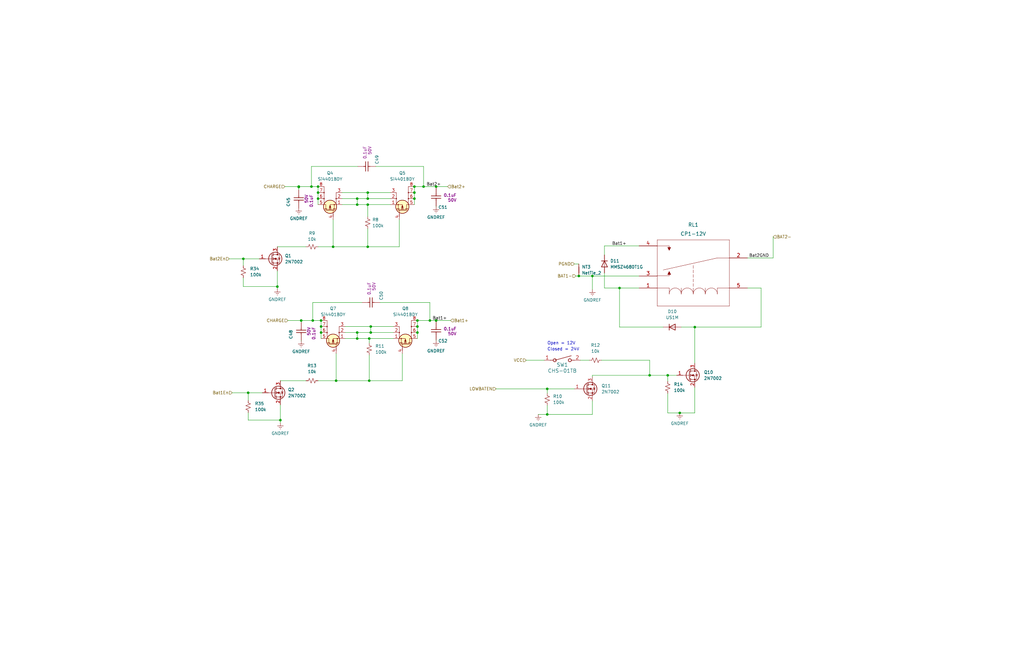
<source format=kicad_sch>
(kicad_sch (version 20230121) (generator eeschema)
  (paper "B")
  (title_block (title "Pass Through Charger") (date "2023-03-01") (rev "4") (company "SupplyNet") (comment 3 "R. Mercado") (comment 4 "Designed By:"))
  (lib_symbols
    (symbol "BCU_AltiumImport-altium-import:0_Cap"
      (property "Value" "0_Cap" (at 0 0 0))
      (symbol "0_Cap_1_0"
        (polyline (pts (xy -2.032 -3.302) (xy 2.032 -3.302)) (stroke (width 0.254)))
        (polyline (pts (xy 0 -5.08) (xy 0 -4.318)) (stroke (width 0.254)))
        (polyline (pts (xy 0 -2.54) (xy 0 -3.302)) (stroke (width 0.254)))
        (polyline (pts (xy 2.032 -4.318) (xy -2.032 -4.318)) (stroke (width 0.254)))
        (pin passive line (at 0 0 270) (length 2.54) (name "1") (number "1"))
        (pin passive line (at 0 -7.62 90) (length 2.54) (name "2") (number "2"))
      )
    )
    (symbol "Device:NetTie_2" (pin_numbers hide) (pin_names (offset 0) hide)
      (property "Reference" "NT" (at 0 1.27 0))
      (property "Value" "NetTie_2" (at 0 -1.27 0))
      (symbol "NetTie_2_0_1"
        (polyline (pts (xy -1.27 0) (xy 1.27 0)) (stroke (width 0.254)))
      )
      (symbol "NetTie_2_1_1"
        (pin passive line (at -2.54 0 0) (length 2.54) (name "1") (number "1"))
        (pin passive line (at 2.54 0 180) (length 2.54) (name "2") (number "2"))
      )
    )
    (symbol "Device:R_Small_US" (pin_numbers hide) (pin_names (offset 0.254) hide)
      (property "Reference" "R" (at 0.762 0.508 0))
      (property "Value" "R_Small_US" (at 0.762 -1.016 0))
      (symbol "R_Small_US_1_1"
        (polyline (pts (xy 0 0) (xy 1.016 -0.381) (xy 0 -0.762) (xy -1.016 -1.143) (xy 0 -1.524)))
        (polyline (pts (xy 0 1.524) (xy 1.016 1.143) (xy 0 0.762) (xy -1.016 0.381) (xy 0 0)))
        (pin passive line (at 0 2.54 270) (length 1.016) (name "~") (number "1"))
        (pin passive line (at 0 -2.54 90) (length 1.016) (name "~") (number "2"))
      )
    )
    (symbol "Diode:MMSD914" (pin_numbers hide) (pin_names hide)
      (property "Reference" "D" (at 0 2.54 0))
      (property "Value" "MMSD914" (at 0 -2.54 0))
      (symbol "MMSD914_0_1"
        (polyline (pts (xy -1.27 1.27) (xy -1.27 -1.27)) (stroke (width 0.254)))
        (polyline (pts (xy 1.27 0) (xy -1.27 0)))
        (polyline (pts (xy 1.27 1.27) (xy 1.27 -1.27) (xy -1.27 0) (xy 1.27 1.27)) (stroke (width 0.254)))
      )
      (symbol "MMSD914_1_1"
        (pin passive line (at -3.81 0 0) (length 2.54) (name "K") (number "1"))
        (pin passive line (at 3.81 0 180) (length 2.54) (name "A") (number "2"))
      )
    )
    (symbol "Diode:US1M" (pin_numbers hide) (pin_names (offset 1.016) hide)
      (property "Reference" "D" (at 0 2.54 0))
      (property "Value" "US1M" (at 0 -2.54 0))
      (symbol "US1M_0_1"
        (polyline (pts (xy -1.27 1.27) (xy -1.27 -1.27)) (stroke (width 0.254)))
        (polyline (pts (xy 1.27 0) (xy -1.27 0)))
        (polyline (pts (xy 1.27 1.27) (xy 1.27 -1.27) (xy -1.27 0) (xy 1.27 1.27)) (stroke (width 0.254)))
      )
      (symbol "US1M_1_1"
        (pin passive line (at -3.81 0 0) (length 2.54) (name "K") (number "1"))
        (pin passive line (at 3.81 0 180) (length 2.54) (name "A") (number "2"))
      )
    )
    (symbol "Relay:CP1-12V" (pin_names (offset 0.254) hide)
      (property "Reference" "K" (at 22.86 12.7 0))
      (property "Value" "CP1-12V" (at 22.86 10.16 0))
      (symbol "CP1-12V_1_1"
        (polyline (pts (xy 7.62 -20.32) (xy 38.1 -20.32)) (stroke (width 0.127)))
        (polyline (pts (xy 7.62 -17.78) (xy 12.7 -17.78)) (stroke (width 0.127)))
        (polyline (pts (xy 7.62 7.62) (xy 7.62 -20.32)) (stroke (width 0.127)))
        (polyline (pts (xy 12.6746 -6.477) (xy 12.6746 -5.1562)) (stroke (width 0.127)))
        (polyline (pts (xy 12.6746 -5.1562) (xy 7.5946 -5.1562)) (stroke (width 0.127)))
        (polyline (pts (xy 12.7 -17.78) (xy 12.7 -16.51)) (stroke (width 0.127)))
        (polyline (pts (xy 12.7 0) (xy 7.62 0)) (stroke (width 0.127)))
        (polyline (pts (xy 12.7 2.54) (xy 12.7 0)) (stroke (width 0.127)))
        (polyline (pts (xy 17.78 2.54) (xy 17.78 0)) (stroke (width 0.127)))
        (polyline (pts (xy 22.86 -8.255) (xy 22.86 -9.525)) (stroke (width 0.127)))
        (polyline (pts (xy 22.86 -6.35) (xy 22.86 -7.62)) (stroke (width 0.127)))
        (polyline (pts (xy 22.86 -4.445) (xy 22.86 -5.715)) (stroke (width 0.127)))
        (polyline (pts (xy 22.86 -2.54) (xy 22.86 -3.81)) (stroke (width 0.127)))
        (polyline (pts (xy 22.86 -1.905) (xy 22.86 -0.635)) (stroke (width 0.127)))
        (polyline (pts (xy 22.86 2.54) (xy 22.86 0)) (stroke (width 0.127)))
        (polyline (pts (xy 27.94 2.54) (xy 27.94 0)) (stroke (width 0.127)))
        (polyline (pts (xy 33.02 -12.7) (xy 10.16 -7.62)) (stroke (width 0.127)))
        (polyline (pts (xy 33.02 -12.7) (xy 38.1 -12.7)) (stroke (width 0.127)))
        (polyline (pts (xy 33.02 0) (xy 38.1 0)) (stroke (width 0.127)))
        (polyline (pts (xy 33.02 2.54) (xy 33.02 0)) (stroke (width 0.127)))
        (polyline (pts (xy 38.1 -20.32) (xy 38.1 7.62)) (stroke (width 0.127)))
        (polyline (pts (xy 38.1 7.62) (xy 7.62 7.62)) (stroke (width 0.127)))
        (polyline (pts (xy 12.065 -17.145) (xy 13.335 -17.145) (xy 12.7 -15.875) (xy 12.065 -17.145)) (fill (type outline)))
        (polyline (pts (xy 13.335 -5.715) (xy 12.065 -5.715) (xy 12.7 -6.985) (xy 13.335 -5.715)) (fill (type outline)))
        (arc (start 12.7 2.54) (mid 15.24 0.011) (end 17.78 2.54) (stroke (width 0.127)))
        (arc (start 17.78 2.54) (mid 20.32 0.011) (end 22.86 2.54) (stroke (width 0.127)))
        (arc (start 22.86 2.54) (mid 25.4 0.011) (end 27.94 2.54) (stroke (width 0.127)))
        (arc (start 27.94 2.54) (mid 30.48 0.011) (end 33.02 2.54) (stroke (width 0.127)))
        (pin unspecified line (at 0 0 0) (length 7.62) (name "1") (number "1"))
        (pin unspecified line (at 45.72 -12.7 180) (length 7.62) (name "2") (number "2"))
        (pin unspecified line (at 0 -5.08 0) (length 7.62) (name "3") (number "3"))
        (pin unspecified line (at 0 -17.78 0) (length 7.62) (name "4") (number "4"))
        (pin unspecified line (at 45.72 0 180) (length 7.62) (name "5") (number "5"))
      )
    )
    (symbol "Switch:CHS-01TB" (pin_names (offset -1.905) hide)
      (property "Reference" "SW" (at 7.62 3.81 0))
      (property "Value" "CHS-01TB" (at 7.62 -3.175 0))
      (symbol "CHS-01TB_1_1"
        (polyline (pts (xy 2.54 0) (xy 3.81 0)) (stroke (width 0.2032)))
        (polyline (pts (xy 4.445 0) (xy 11.43 1.905)) (stroke (width 0.2032)))
        (polyline (pts (xy 12.7 0) (xy 11.43 0)) (stroke (width 0.2032)))
        (circle (center 4.445 0) (radius 0.635) (stroke (width 0.254)))
        (circle (center 10.795 0) (radius 0.635) (stroke (width 0.254)))
        (pin unspecified line (at 0 0 0) (length 2.54) (name "1") (number "1"))
        (pin unspecified line (at 15.24 0 180) (length 2.54) (name "2") (number "2"))
      )
    )
    (symbol "Transistor_FET:2N7002" (pin_names hide)
      (property "Reference" "Q" (at 5.08 1.905 0))
      (property "Value" "2N7002" (at 5.08 0 0))
      (symbol "2N7002_0_1"
        (polyline (pts (xy 0.254 0) (xy -2.54 0)))
        (polyline (pts (xy 0.254 1.905) (xy 0.254 -1.905)) (stroke (width 0.254)))
        (polyline (pts (xy 0.762 -1.27) (xy 0.762 -2.286)) (stroke (width 0.254)))
        (polyline (pts (xy 0.762 0.508) (xy 0.762 -0.508)) (stroke (width 0.254)))
        (polyline (pts (xy 0.762 2.286) (xy 0.762 1.27)) (stroke (width 0.254)))
        (polyline (pts (xy 2.54 2.54) (xy 2.54 1.778)))
        (polyline (pts (xy 2.54 -2.54) (xy 2.54 0) (xy 0.762 0)))
        (polyline (pts (xy 0.762 -1.778) (xy 3.302 -1.778) (xy 3.302 1.778) (xy 0.762 1.778)))
        (polyline (pts (xy 1.016 0) (xy 2.032 0.381) (xy 2.032 -0.381) (xy 1.016 0)) (fill (type outline)))
        (polyline (pts (xy 2.794 0.508) (xy 2.921 0.381) (xy 3.683 0.381) (xy 3.81 0.254)))
        (polyline (pts (xy 3.302 0.381) (xy 2.921 -0.254) (xy 3.683 -0.254) (xy 3.302 0.381)))
        (circle (center 1.651 0) (radius 2.794) (stroke (width 0.254)))
        (circle (center 2.54 -1.778) (radius 0.254) (fill (type outline)))
        (circle (center 2.54 1.778) (radius 0.254) (fill (type outline)))
      )
      (symbol "2N7002_1_1"
        (pin input line (at -5.08 0 0) (length 2.54) (name "G") (number "1"))
        (pin passive line (at 2.54 -5.08 90) (length 2.54) (name "S") (number "2"))
        (pin passive line (at 2.54 5.08 270) (length 2.54) (name "D") (number "3"))
      )
    )
    (symbol "Transistor_MOSFET_AKL:Si4401BDY" (pin_names hide)
      (property "Reference" "Q" (at 5.08 1.27 0))
      (property "Value" "Si4401BDY" (at 5.08 -1.27 0))
      (symbol "Si4401BDY_0_1"
        (polyline (pts (xy 0.254 -1.905) (xy 0.254 1.905)) (stroke (width 0.254)))
        (polyline (pts (xy 0.254 1.27) (xy -2.54 1.27)))
        (polyline (pts (xy 0.762 -2.286) (xy 0.762 -1.27)) (stroke (width 0.254)))
        (polyline (pts (xy 0.762 -1.778) (xy 2.54 -1.778)))
        (polyline (pts (xy 0.762 -0.508) (xy 0.762 0.508)) (stroke (width 0.254)))
        (polyline (pts (xy 0.762 1.27) (xy 0.762 2.286)) (stroke (width 0.254)))
        (polyline (pts (xy 0.762 1.778) (xy 2.54 1.778)))
        (polyline (pts (xy 2.54 -2.54) (xy 2.54 -1.778)))
        (polyline (pts (xy 2.54 2.54) (xy 7.62 2.54)))
        (polyline (pts (xy 7.62 -2.54) (xy 2.54 -2.54)))
        (polyline (pts (xy 7.62 -2.54) (xy 10.16 -2.54)))
        (polyline (pts (xy 2.54 2.54) (xy 2.54 0) (xy 0.762 0)))
        (polyline (pts (xy 2.286 0) (xy 1.27 -0.381) (xy 1.27 0.381) (xy 2.286 0)) (fill (type outline)))
        (circle (center 5.08 -2.54) (radius 0.1778) (fill (type outline)))
        (circle (center 5.08 2.54) (radius 0.1778) (fill (type outline)))
        (circle (center 7.62 -2.54) (radius 0.1778) (fill (type outline)))
      )
      (symbol "Si4401BDY_1_1"
        (circle (center 1.651 0) (radius 2.794) (stroke (width 0.254)) (fill (type background)))
        (circle (center 2.54 1.778) (radius 0.1778) (fill (type outline)))
        (pin passive line (at 2.54 5.08 270) (length 2.54) (name "S") (number "1"))
        (pin passive line (at 5.08 5.08 270) (length 2.54) (name "S") (number "2"))
        (pin passive line (at 7.62 5.08 270) (length 2.54) (name "S") (number "3"))
        (pin input line (at -3.81 1.27 0) (length 2.54) (name "G") (number "4"))
        (pin passive line (at 2.54 -5.08 90) (length 2.54) (name "D") (number "5"))
        (pin passive line (at 5.08 -5.08 90) (length 2.54) (name "D") (number "6"))
        (pin passive line (at 7.62 -5.08 90) (length 2.54) (name "D") (number "7"))
        (pin passive line (at 10.16 -5.08 90) (length 2.54) (name "D") (number "8"))
      )
    )
    (symbol "power:GNDREF" (power) (pin_names (offset 0))
      (property "Value" "GNDREF" (at 0 -3.81 0))
      (symbol "GNDREF_0_1"
        (polyline (pts (xy -0.635 -1.905) (xy 0.635 -1.905)))
        (polyline (pts (xy -0.127 -2.54) (xy 0.127 -2.54)))
        (polyline (pts (xy 0 -1.27) (xy 0 0)))
        (polyline (pts (xy 1.27 -1.27) (xy -1.27 -1.27)))
      )
      (symbol "GNDREF_1_1"
        (pin power_in line (at 0 0 270) (length 0) hide (name "GNDREF") (number "1"))
      )
    )
  )
  (junction (at 156.337 137.795))
  (junction (at 127 135.255))
  (junction (at 156.337 140.335))
  (junction (at 176.022 135.255))
  (junction (at 131.8855 135.255))
  (junction (at 230.759 164.084))
  (junction (at 176.022 137.795))
  (junction (at 102.616 109.22))
  (junction (at 174.752 81.28))
  (junction (at 249.809 116.459))
  (junction (at 183.896 78.74))
  (junction (at 181.2827 135.255))
  (junction (at 134.112 83.82))
  (junction (at 281.559 158.369))
  (junction (at 135.382 140.335))
  (junction (at 125.9839 78.74))
  (junction (at 140.462 104.14))
  (junction (at 286.639 174.244))
  (junction (at 118.237 177.2952))
  (junction (at 125.9839 78.867))
  (junction (at 150.622 83.82))
  (junction (at 135.382 135.255))
  (junction (at 134.112 81.28))
  (junction (at 261.239 121.539))
  (junction (at 150.622 140.335))
  (junction (at 104.648 165.735))
  (junction (at 292.989 138.049))
  (junction (at 178.6 78.74))
  (junction (at 155.702 160.655))
  (junction (at 155.067 83.82))
  (junction (at 150.622 142.875))
  (junction (at 135.382 137.795))
  (junction (at 131.3371 78.74))
  (junction (at 273.939 158.369))
  (junction (at 230.759 174.879))
  (junction (at 116.967 120.9511))
  (junction (at 244.094 116.459))
  (junction (at 183.896 135.255))
  (junction (at 155.067 81.28))
  (junction (at 174.752 83.82))
  (junction (at 155.067 104.14))
  (junction (at 150.622 86.36))
  (junction (at 134.112 78.74))
  (junction (at 141.732 160.655))
  (junction (at 174.752 78.74))
  (junction (at 155.702 142.875))
  (junction (at 176.022 140.335))
  (junction (at 125.984 78.867))
  (junction (at 155.067 86.36))
  (wire (pts (xy 102.616 120.9511) (xy 116.967 120.9511)))
  (wire (pts (xy 125.9839 78.74) (xy 120.142 78.74)))
  (wire (pts (xy 242.189 164.084) (xy 230.759 164.084)))
  (wire (pts (xy 104.648 177.2952) (xy 118.237 177.2952)))
  (wire (pts (xy 242.189 111.379) (xy 244.094 111.379)))
  (wire (pts (xy 273.939 158.369) (xy 281.559 158.369)))
  (wire (pts (xy 287.274 138.049) (xy 292.989 138.049)))
  (wire (pts (xy 249.809 159.004) (xy 249.809 158.369)))
  (wire (pts (xy 183.896 143.637) (xy 183.896 143.383)))
  (wire (pts (xy 134.112 78.74) (xy 131.3371 78.74)))
  (wire (pts (xy 292.989 138.049) (xy 320.929 138.049)))
  (wire (pts (xy 150.622 140.335) (xy 156.337 140.335)))
  (wire (pts (xy 174.752 81.28) (xy 174.752 83.82)))
  (wire (pts (xy 97.917 165.735) (xy 104.648 165.735)))
  (wire (pts (xy 145.542 137.795) (xy 156.337 137.795)))
  (wire (pts (xy 183.896 78.74) (xy 188.722 78.74)))
  (wire (pts (xy 152.654 127.635) (xy 131.8855 127.635)))
  (wire (pts (xy 286.639 174.244) (xy 292.989 174.244)))
  (wire (pts (xy 144.272 83.82) (xy 150.622 83.82)))
  (wire (pts (xy 261.239 121.539) (xy 269.494 121.539)))
  (wire (pts (xy 125.9839 78.867) (xy 125.9839 78.74)))
  (wire (pts (xy 134.112 160.655) (xy 141.732 160.655)))
  (wire (pts (xy 156.337 137.795) (xy 156.337 140.335)))
  (wire (pts (xy 104.648 165.735) (xy 104.648 169.037)))
  (wire (pts (xy 150.622 86.36) (xy 155.067 86.36)))
  (wire (pts (xy 285.369 158.369) (xy 281.559 158.369)))
  (wire (pts (xy 145.542 140.335) (xy 150.622 140.335)))
  (wire (pts (xy 326.009 99.949) (xy 326.009 108.839)))
  (wire (pts (xy 169.672 160.655) (xy 155.702 160.655)))
  (wire (pts (xy 155.067 83.82) (xy 164.592 83.82)))
  (wire (pts (xy 127 135.255) (xy 127 136.017)))
  (wire (pts (xy 150.622 83.82) (xy 155.067 83.82)))
  (wire (pts (xy 102.616 112.141) (xy 102.616 109.22)))
  (wire (pts (xy 174.752 78.74) (xy 178.6 78.74)))
  (wire (pts (xy 155.067 86.36) (xy 155.067 91.44)))
  (wire (pts (xy 144.272 86.36) (xy 150.622 86.36)))
  (wire (pts (xy 226.949 174.879) (xy 230.759 174.879)))
  (wire (pts (xy 273.939 152.019) (xy 273.939 158.369)))
  (wire (pts (xy 183.896 79.375) (xy 183.896 78.74)))
  (wire (pts (xy 150.876 70.231) (xy 131.3371 70.231)))
  (wire (pts (xy 183.896 87.249) (xy 183.896 86.995)))
  (wire (pts (xy 292.989 163.449) (xy 292.989 174.244)))
  (wire (pts (xy 155.702 149.86) (xy 155.702 160.655)))
  (wire (pts (xy 160.274 127.635) (xy 181.2827 127.635)))
  (wire (pts (xy 135.382 140.335) (xy 135.382 142.875)))
  (wire (pts (xy 102.616 109.22) (xy 109.347 109.22)))
  (wire (pts (xy 261.239 138.049) (xy 279.654 138.049)))
  (wire (pts (xy 155.702 142.875) (xy 165.862 142.875)))
  (wire (pts (xy 320.929 138.049) (xy 320.929 121.539)))
  (wire (pts (xy 118.237 170.815) (xy 118.237 177.2952)))
  (wire (pts (xy 176.022 135.255) (xy 181.2827 135.255)))
  (wire (pts (xy 104.648 165.735) (xy 110.617 165.735)))
  (wire (pts (xy 315.214 108.839) (xy 326.009 108.839)))
  (wire (pts (xy 134.112 81.28) (xy 134.112 83.82)))
  (wire (pts (xy 155.702 142.875) (xy 155.702 144.78)))
  (wire (pts (xy 150.622 83.82) (xy 150.622 86.36)))
  (wire (pts (xy 141.732 149.225) (xy 141.732 160.655)))
  (wire (pts (xy 292.989 138.049) (xy 292.989 153.289)))
  (wire (pts (xy 135.382 137.795) (xy 135.382 140.335)))
  (wire (pts (xy 155.702 160.655) (xy 141.732 160.655)))
  (wire (pts (xy 176.022 137.795) (xy 176.022 140.335)))
  (wire (pts (xy 158.496 70.231) (xy 178.6 70.231)))
  (wire (pts (xy 176.022 140.335) (xy 176.022 142.875)))
  (wire (pts (xy 118.237 177.2952) (xy 118.237 178.435)))
  (wire (pts (xy 131.3371 78.74) (xy 125.9839 78.74)))
  (wire (pts (xy 249.809 174.879) (xy 249.809 169.164)))
  (wire (pts (xy 156.337 137.795) (xy 165.862 137.795)))
  (wire (pts (xy 248.539 152.019) (xy 244.729 152.019)))
  (wire (pts (xy 168.402 104.14) (xy 155.067 104.14)))
  (wire (pts (xy 155.067 96.52) (xy 155.067 104.14)))
  (wire (pts (xy 169.672 149.225) (xy 169.672 160.655)))
  (wire (pts (xy 269.494 103.759) (xy 254.889 103.759)))
  (wire (pts (xy 134.112 104.14) (xy 140.462 104.14)))
  (wire (pts (xy 174.752 78.74) (xy 174.752 81.28)))
  (wire (pts (xy 181.2827 127.635) (xy 181.2827 135.255)))
  (wire (pts (xy 209.169 164.084) (xy 230.759 164.084)))
  (wire (pts (xy 178.6 78.74) (xy 183.896 78.74)))
  (wire (pts (xy 134.112 83.82) (xy 134.112 86.36)))
  (wire (pts (xy 183.896 135.255) (xy 183.896 135.763)))
  (wire (pts (xy 281.559 174.244) (xy 286.639 174.244)))
  (wire (pts (xy 155.067 81.28) (xy 155.067 83.82)))
  (wire (pts (xy 135.382 135.255) (xy 131.8855 135.255)))
  (wire (pts (xy 104.648 174.117) (xy 104.648 177.2952)))
  (wire (pts (xy 131.8855 135.255) (xy 127 135.255)))
  (wire (pts (xy 156.337 140.335) (xy 165.862 140.335)))
  (wire (pts (xy 145.542 142.875) (xy 150.622 142.875)))
  (wire (pts (xy 135.382 135.255) (xy 135.382 137.795)))
  (wire (pts (xy 116.967 104.14) (xy 129.032 104.14)))
  (wire (pts (xy 96.647 109.22) (xy 102.616 109.22)))
  (wire (pts (xy 230.759 164.084) (xy 230.759 165.989)))
  (wire (pts (xy 150.622 140.335) (xy 150.622 142.875)))
  (wire (pts (xy 242.824 116.459) (xy 244.094 116.459)))
  (wire (pts (xy 155.067 104.14) (xy 140.462 104.14)))
  (wire (pts (xy 174.752 83.82) (xy 174.752 86.36)))
  (wire (pts (xy 131.3371 70.231) (xy 131.3371 78.74)))
  (wire (pts (xy 273.939 152.019) (xy 253.619 152.019)))
  (wire (pts (xy 155.067 81.28) (xy 164.592 81.28)))
  (wire (pts (xy 178.6 70.231) (xy 178.6 78.74)))
  (wire (pts (xy 183.896 135.255) (xy 189.992 135.255)))
  (wire (pts (xy 131.8855 127.635) (xy 131.8855 135.255)))
  (wire (pts (xy 125.984 80.137) (xy 125.984 78.867)))
  (wire (pts (xy 254.889 103.759) (xy 254.889 107.5691)))
  (wire (pts (xy 230.759 174.879) (xy 249.809 174.879)))
  (wire (pts (xy 116.967 114.3) (xy 116.967 120.9511)))
  (wire (pts (xy 116.967 120.9511) (xy 116.967 121.92)))
  (wire (pts (xy 140.462 92.71) (xy 140.462 104.14)))
  (wire (pts (xy 230.759 171.069) (xy 230.759 174.879)))
  (wire (pts (xy 125.984 78.867) (xy 125.9839 78.867)))
  (wire (pts (xy 134.112 78.74) (xy 134.112 81.28)))
  (wire (pts (xy 249.809 116.459) (xy 269.494 116.459)))
  (wire (pts (xy 127 135.255) (xy 121.412 135.255)))
  (wire (pts (xy 254.889 121.539) (xy 261.239 121.539)))
  (wire (pts (xy 102.616 117.221) (xy 102.616 120.9511)))
  (wire (pts (xy 281.559 158.369) (xy 281.559 160.909)))
  (wire (pts (xy 168.402 92.71) (xy 168.402 104.14)))
  (wire (pts (xy 244.094 116.459) (xy 249.809 116.459)))
  (wire (pts (xy 144.272 81.28) (xy 155.067 81.28)))
  (wire (pts (xy 254.889 115.1891) (xy 254.889 121.539)))
  (wire (pts (xy 127 143.891) (xy 127 143.637)))
  (wire (pts (xy 150.622 142.875) (xy 155.702 142.875)))
  (wire (pts (xy 118.237 160.655) (xy 129.032 160.655)))
  (wire (pts (xy 261.239 121.539) (xy 261.239 138.049)))
  (wire (pts (xy 176.022 135.255) (xy 176.022 137.795)))
  (wire (pts (xy 320.929 121.539) (xy 315.214 121.539)))
  (wire (pts (xy 155.067 86.36) (xy 164.592 86.36)))
  (wire (pts (xy 221.869 152.019) (xy 229.489 152.019)))
  (wire (pts (xy 281.559 165.989) (xy 281.559 174.244)))
  (wire (pts (xy 181.2827 135.255) (xy 183.896 135.255)))
  (wire (pts (xy 249.809 158.369) (xy 273.939 158.369)))
  (wire (pts (xy 249.809 116.459) (xy 249.809 122.174)))
  (text "Open = 12V" (at 230.759 145.669 0) (effects (font (size 1.27 1.27)) (justify left bottom)))
  (text "Closed = 24V\n" (at 230.759 148.209 0) (effects (font (size 1.27 1.27)) (justify left bottom)))
  (label "Bat2+" (at 179.832 78.74 0))
  (label "Bat1+" (at 258.064 103.759 0))
  (label "Bat1+" (at 182.372 135.255 0))
  (label "Bat2GND" (at 315.849 108.839 0))
  (hierarchical_label "Bat2En" (shape input) (at 96.647 109.22 180))
  (hierarchical_label "Bat2+" (shape input) (at 188.722 78.74 0))
  (hierarchical_label "Bat1En" (shape input) (at 97.917 165.735 180))
  (hierarchical_label "BAT1-" (shape input) (at 242.824 116.459 180))
  (hierarchical_label "BAT2-" (shape input) (at 326.009 99.949 0))
  (hierarchical_label "LOWBATEN" (shape input) (at 209.169 164.084 180))
  (hierarchical_label "PGND" (shape input) (at 242.189 111.379 180))
  (hierarchical_label "CHARGE" (shape input) (at 121.412 135.255 180))
  (hierarchical_label "Bat1+" (shape input) (at 189.992 135.255 0))
  (hierarchical_label "CHARGE" (shape input) (at 120.142 78.74 180))
  (hierarchical_label "VCC" (shape input) (at 221.869 152.019 180))
  (symbol (lib_id "power:GNDREF") (at 125.984 87.757 0) (unit 1)
    (property "Reference" "#PWR0161" (effects hide))
    (property "Value" "GNDREF" (at 125.984 92.202 0))
  )
  (symbol (lib_id "power:GNDREF") (at 127 143.891 0) (unit 1)
    (property "Reference" "#PWR02" (effects hide))
    (property "Value" "GNDREF" (at 127 148.336 0))
  )
  (symbol (lib_id "power:GNDREF") (at 183.896 143.637 0) (unit 1)
    (property "Reference" "#PWR04" (effects hide))
    (property "Value" "GNDREF" (at 183.896 148.082 0))
  )
  (symbol (lib_id "Transistor_FET:2N7002") (at 114.427 109.22 0) (unit 1)
    (property "Reference" "Q1" (at 120.142 107.9499 0) (effects (justify left)))
    (property "Value" "2N7002" (at 120.142 110.4899 0) (effects (justify left)))
    (property "Footprint" "Package_TO_SOT_SMD:SOT-23" (effects hide))
    (property "Datasheet" "https://www.onsemi.com/pub/Collateral/NDS7002A-D.PDF" (effects hide))
  )
  (symbol (lib_id "power:GNDREF") (at 183.896 87.249 0) (unit 1)
    (property "Reference" "#PWR03" (effects hide))
    (property "Value" "GNDREF" (at 183.896 91.694 0))
  )
  (symbol (lib_id "Diode:MMSD914") (at 254.889 111.3791 270) (unit 1)
    (property "Reference" "D11" (at 257.302 110.109 90) (effects (justify left)))
    (property "Value" "MMSZ4680T1G" (at 257.302 112.649 90) (effects (justify left)))
    (property "Footprint" "Diode_SMD:D_SOD-123" (effects hide))
    (property "Datasheet" "https://www.onsemi.com/pub/Collateral/MMSD914T1-D.PDF" (effects hide))
  )
  (symbol (lib_id "Transistor_FET:2N7002") (at 290.449 158.369 0) (unit 1)
    (property "Reference" "Q10" (at 296.799 157.0989 0) (effects (justify left)))
    (property "Value" "2N7002" (at 296.799 159.6389 0) (effects (justify left)))
    (property "Footprint" "Package_TO_SOT_SMD:SOT-23" (effects hide))
    (property "Datasheet" "https://www.onsemi.com/pub/Collateral/NDS7002A-D.PDF" (effects hide))
  )
  (symbol (lib_id "BCU_AltiumImport-altium-import:0_Cap") (at 183.896 86.995 180) (unit 1)
    (property "Reference" "C51" (at 188.722 86.741 0) (effects (justify left bottom)))
    (property "Value" "0.1uF" (effects hide))
    (property "Footprint" "Capacitor_SMD:C_0603_1608Metric" (effects hide))
    (property "DIELECTRIC" "X7R" (effects hide))
    (property "CAPACITANCE" "0.1uF" (at 192.532 81.661 0) (effects (justify left bottom)))
    (property "VOLTAGE" "50V" (at 192.532 83.693 0) (effects (justify left bottom)))
    (property "IDENTIFIER" "0.1uF 100V +/-5% 0603" (effects hide))
    (property "MANUFACTURER" "Vishay/Vitramon" (effects hide))
    (property "MANUFACTURER 2" "AVX" (effects hide))
    (property "MANUFACTURER PARTNO 2" "12062C104JAT2A" (effects hide))
    (property "PRESSURE VERIFIED" "12000" (effects hide))
    (property "DATE CHECKED" "12/17/2019" (effects hide))
    (property "DATE VERIFIED" "12/17/2019" (effects hide))
    (property "TOLERANCE" "+/-5%" (effects hide))
    (property "MOUNTING TECHNOLOGY" "SMT" (effects hide))
    (property "ROHS" "YES" (effects hide))
    (property "DO NOT POPULATE" "DNP" (effects hide))
    (property "PACKAGE" "1206" (effects hide))
    (property "POLAR" "No" (effects hide))
    (property "HELPURL" "https://www.mouser.com/datasheet/2/427/vjw1bcbascomseries-223529.pdf" (effects hide))
  )
  (symbol (lib_id "Transistor_MOSFET_AKL:Si4401BDY") (at 139.192 88.9 270) (mirror x) (unit 1)
    (property "Reference" "Q4" (at 139.192 73.025 90))
    (property "Value" "Si4401BDY" (at 139.192 75.565 90))
    (property "Footprint" "Package_SO:SO-8_3.9x4.9mm_P1.27mm" (effects hide))
    (property "Datasheet" "https://www.tme.eu/Document/882efd46ccc52cd97d1b33ce4473cabd/SI4401BDY-E3.pdf" (effects hide))
  )
  (symbol (lib_id "Device:R_Small_US") (at 131.572 104.14 90) (unit 1)
    (property "Reference" "R9" (at 131.572 98.425 90))
    (property "Value" "10k" (at 131.572 100.965 90))
    (property "Footprint" "Resistor_SMD:R_0402_1005Metric" (effects hide))
  )
  (symbol (lib_id "Device:R_Small_US") (at 230.759 168.529 0) (unit 1)
    (property "Reference" "R10" (at 233.172 167.2589 0) (effects (justify left)))
    (property "Value" "100k" (at 233.172 169.7989 0) (effects (justify left)))
    (property "Footprint" "Resistor_SMD:R_0402_1005Metric" (effects hide))
  )
  (symbol (lib_id "power:GNDREF") (at 118.237 178.435 0) (unit 1)
    (property "Reference" "#PWR0153" (effects hide))
    (property "Value" "GNDREF" (at 118.237 182.88 0))
  )
  (symbol (lib_id "power:GNDREF") (at 249.809 122.174 0) (unit 1)
    (property "Reference" "#PWR0154" (effects hide))
    (property "Value" "GNDREF" (at 249.809 126.619 0))
  )
  (symbol (lib_id "BCU_AltiumImport-altium-import:0_Cap") (at 127 143.637 180) (unit 1)
    (property "Reference" "C48" (at 121.92 139.192 90) (effects (justify left bottom)))
    (property "Value" "0.1uF" (effects hide))
    (property "Footprint" "Capacitor_SMD:C_0603_1608Metric" (effects hide))
    (property "DIELECTRIC" "X7R" (effects hide))
    (property "CAPACITANCE" "0.1uF" (at 131.572 137.922 90) (effects (justify left bottom)))
    (property "VOLTAGE" "50V" (at 129.54 137.922 90) (effects (justify left bottom)))
    (property "IDENTIFIER" "0.1uF 100V +/-5% 0603" (effects hide))
    (property "MANUFACTURER" "Vishay/Vitramon" (effects hide))
    (property "MANUFACTURER 2" "AVX" (effects hide))
    (property "MANUFACTURER PARTNO 2" "12062C104JAT2A" (effects hide))
    (property "PRESSURE VERIFIED" "12000" (effects hide))
    (property "DATE CHECKED" "12/17/2019" (effects hide))
    (property "DATE VERIFIED" "12/17/2019" (effects hide))
    (property "TOLERANCE" "+/-5%" (effects hide))
    (property "MOUNTING TECHNOLOGY" "SMT" (effects hide))
    (property "ROHS" "YES" (effects hide))
    (property "DO NOT POPULATE" "DNP" (effects hide))
    (property "PACKAGE" "1206" (effects hide))
    (property "POLAR" "No" (effects hide))
    (property "HELPURL" "https://www.mouser.com/datasheet/2/427/vjw1bcbascomseries-223529.pdf" (effects hide))
  )
  (symbol (lib_id "Transistor_MOSFET_AKL:Si4401BDY") (at 140.462 145.415 270) (mirror x) (unit 1)
    (property "Reference" "Q7" (at 140.462 130.175 90))
    (property "Value" "Si4401BDY" (at 140.462 132.715 90))
    (property "Footprint" "Package_SO:SO-8_3.9x4.9mm_P1.27mm" (effects hide))
    (property "Datasheet" "https://www.tme.eu/Document/882efd46ccc52cd97d1b33ce4473cabd/SI4401BDY-E3.pdf" (effects hide))
  )
  (symbol (lib_id "Transistor_MOSFET_AKL:Si4401BDY") (at 169.672 88.9 90) (unit 1)
    (property "Reference" "Q5" (at 169.672 73.025 90))
    (property "Value" "Si4401BDY" (at 169.672 75.565 90))
    (property "Footprint" "Package_SO:SO-8_3.9x4.9mm_P1.27mm" (effects hide))
    (property "Datasheet" "https://www.tme.eu/Document/882efd46ccc52cd97d1b33ce4473cabd/SI4401BDY-E3.pdf" (effects hide))
  )
  (symbol (lib_id "Diode:US1M") (at 283.464 138.049 0) (unit 1)
    (property "Reference" "D10" (at 283.464 131.445 0))
    (property "Value" "US1M" (at 283.464 133.985 0))
    (property "Footprint" "Diode_SMD:D_SMA" (effects hide))
    (property "Datasheet" "https://www.diodes.com/assets/Datasheets/ds16008.pdf" (effects hide))
  )
  (symbol (lib_id "BCU_AltiumImport-altium-import:0_Cap") (at 158.496 70.231 270) (unit 1)
    (property "Reference" "C49" (at 158.242 65.405 0) (effects (justify left bottom)))
    (property "Value" "0.1uF" (effects hide))
    (property "Footprint" "Capacitor_SMD:C_1206_3216Metric" (effects hide))
    (property "DIELECTRIC" "X7R" (effects hide))
    (property "CAPACITANCE" "0.1uF" (at 153.162 61.595 0) (effects (justify left bottom)))
    (property "VOLTAGE" "50V" (at 155.194 61.595 0) (effects (justify left bottom)))
    (property "IDENTIFIER" "0.1uF 100V +/-5% 0603" (effects hide))
    (property "MANUFACTURER" "Vishay/Vitramon" (effects hide))
    (property "MANUFACTURER 2" "AVX" (effects hide))
    (property "MANUFACTURER PARTNO 2" "12062C104JAT2A" (effects hide))
    (property "PRESSURE VERIFIED" "12000" (effects hide))
    (property "DATE CHECKED" "12/17/2019" (effects hide))
    (property "DATE VERIFIED" "12/17/2019" (effects hide))
    (property "TOLERANCE" "+/-5%" (effects hide))
    (property "MOUNTING TECHNOLOGY" "SMT" (effects hide))
    (property "ROHS" "YES" (effects hide))
    (property "DO NOT POPULATE" "DNP" (effects hide))
    (property "PACKAGE" "1206" (effects hide))
    (property "POLAR" "No" (effects hide))
    (property "HELPURL" "https://www.mouser.com/datasheet/2/427/vjw1bcbascomseries-223529.pdf" (effects hide))
  )
  (symbol (lib_id "BCU_AltiumImport-altium-import:0_Cap") (at 160.274 127.635 270) (unit 1)
    (property "Reference" "C50" (at 160.02 122.809 0) (effects (justify left bottom)))
    (property "Value" "0.1uF" (effects hide))
    (property "Footprint" "Capacitor_SMD:C_1206_3216Metric" (effects hide))
    (property "DIELECTRIC" "X7R" (effects hide))
    (property "CAPACITANCE" "0.1uF" (at 154.94 118.999 0) (effects (justify left bottom)))
    (property "VOLTAGE" "50V" (at 156.972 118.999 0) (effects (justify left bottom)))
    (property "IDENTIFIER" "0.1uF 100V +/-5% 0603" (effects hide))
    (property "MANUFACTURER" "Vishay/Vitramon" (effects hide))
    (property "MANUFACTURER 2" "AVX" (effects hide))
    (property "MANUFACTURER PARTNO 2" "12062C104JAT2A" (effects hide))
    (property "PRESSURE VERIFIED" "12000" (effects hide))
    (property "DATE CHECKED" "12/17/2019" (effects hide))
    (property "DATE VERIFIED" "12/17/2019" (effects hide))
    (property "TOLERANCE" "+/-5%" (effects hide))
    (property "MOUNTING TECHNOLOGY" "SMT" (effects hide))
    (property "ROHS" "YES" (effects hide))
    (property "DO NOT POPULATE" "DNP" (effects hide))
    (property "PACKAGE" "1206" (effects hide))
    (property "POLAR" "No" (effects hide))
    (property "HELPURL" "https://www.mouser.com/datasheet/2/427/vjw1bcbascomseries-223529.pdf" (effects hide))
  )
  (symbol (lib_id "Device:R_Small_US") (at 102.616 114.681 0) (unit 1)
    (property "Reference" "R34" (at 105.41 113.4109 0) (effects (justify left)))
    (property "Value" "100k" (at 105.41 115.9509 0) (effects (justify left)))
    (property "Footprint" "Resistor_SMD:R_0402_1005Metric" (effects hide))
  )
  (symbol (lib_id "Transistor_MOSFET_AKL:Si4401BDY") (at 170.942 145.415 90) (unit 1)
    (property "Reference" "Q8" (at 170.942 130.175 90))
    (property "Value" "Si4401BDY" (at 170.942 132.715 90))
    (property "Footprint" "Package_SO:SO-8_3.9x4.9mm_P1.27mm" (effects hide))
    (property "Datasheet" "https://www.tme.eu/Document/882efd46ccc52cd97d1b33ce4473cabd/SI4401BDY-E3.pdf" (effects hide))
  )
  (symbol (lib_id "power:GNDREF") (at 116.967 121.92 0) (unit 1)
    (property "Reference" "#PWR0152" (effects hide))
    (property "Value" "GNDREF" (at 116.967 126.365 0))
  )
  (symbol (lib_id "Device:R_Small_US") (at 104.648 171.577 0) (unit 1)
    (property "Reference" "R35" (at 107.442 170.3069 0) (effects (justify left)))
    (property "Value" "100k" (at 107.442 172.8469 0) (effects (justify left)))
    (property "Footprint" "Resistor_SMD:R_0402_1005Metric" (effects hide))
  )
  (symbol (lib_id "Device:NetTie_2") (at 244.094 113.919 90) (unit 1)
    (property "Reference" "NT3" (at 245.364 112.6489 90) (effects (justify right)))
    (property "Value" "NetTie_2" (at 245.364 115.1889 90) (effects (justify right)))
  )
  (symbol (lib_id "Relay:CP1-12V") (at 269.494 121.539 0) (mirror x) (unit 1)
    (property "Reference" "RL1" (at 292.3413 94.869 0) (effects (font (size 1.524 1.524))))
    (property "Value" "CP1-12V" (at 292.3413 98.679 0) (effects (font (size 1.524 1.524))))
    (property "Footprint" "Relay_THT:CP112V" (effects hide))
  )
  (symbol (lib_id "Device:R_Small_US") (at 131.572 160.655 90) (unit 1)
    (property "Reference" "R13" (at 131.572 154.305 90))
    (property "Value" "10k" (at 131.572 156.845 90))
    (property "Footprint" "Resistor_SMD:R_0402_1005Metric" (effects hide))
  )
  (symbol (lib_id "BCU_AltiumImport-altium-import:0_Cap") (at 125.984 87.757 180) (unit 1)
    (property "Reference" "C45" (at 120.904 83.312 90) (effects (justify left bottom)))
    (property "Value" "0.1uF" (effects hide))
    (property "Footprint" "Capacitor_SMD:C_0603_1608Metric" (effects hide))
    (property "DIELECTRIC" "X7R" (effects hide))
    (property "CAPACITANCE" "0.1uF" (at 130.556 82.042 90) (effects (justify left bottom)))
    (property "VOLTAGE" "50V" (at 128.524 82.042 90) (effects (justify left bottom)))
    (property "IDENTIFIER" "0.1uF 100V +/-5% 0603" (effects hide))
    (property "MANUFACTURER" "Vishay/Vitramon" (effects hide))
    (property "MANUFACTURER 2" "AVX" (effects hide))
    (property "MANUFACTURER PARTNO 2" "12062C104JAT2A" (effects hide))
    (property "PRESSURE VERIFIED" "12000" (effects hide))
    (property "DATE CHECKED" "12/17/2019" (effects hide))
    (property "DATE VERIFIED" "12/17/2019" (effects hide))
    (property "TOLERANCE" "+/-5%" (effects hide))
    (property "MOUNTING TECHNOLOGY" "SMT" (effects hide))
    (property "ROHS" "YES" (effects hide))
    (property "DO NOT POPULATE" "DNP" (effects hide))
    (property "PACKAGE" "1206" (effects hide))
    (property "POLAR" "No" (effects hide))
    (property "HELPURL" "https://www.mouser.com/datasheet/2/427/vjw1bcbascomseries-223529.pdf" (effects hide))
  )
  (symbol (lib_id "Transistor_FET:2N7002") (at 115.697 165.735 0) (unit 1)
    (property "Reference" "Q2" (at 121.412 164.4649 0) (effects (justify left)))
    (property "Value" "2N7002" (at 121.412 167.0049 0) (effects (justify left)))
    (property "Footprint" "Package_TO_SOT_SMD:SOT-23" (effects hide))
    (property "Datasheet" "https://www.onsemi.com/pub/Collateral/NDS7002A-D.PDF" (effects hide))
  )
  (symbol (lib_id "Transistor_FET:2N7002") (at 247.269 164.084 0) (unit 1)
    (property "Reference" "Q11" (at 253.619 162.8139 0) (effects (justify left)))
    (property "Value" "2N7002" (at 253.619 165.3539 0) (effects (justify left)))
    (property "Footprint" "Package_TO_SOT_SMD:SOT-23" (effects hide))
    (property "Datasheet" "https://www.onsemi.com/pub/Collateral/NDS7002A-D.PDF" (effects hide))
  )
  (symbol (lib_id "Device:R_Small_US") (at 155.702 147.32 0) (unit 1)
    (property "Reference" "R11" (at 158.242 146.0499 0) (effects (justify left)))
    (property "Value" "100k" (at 158.242 148.5899 0) (effects (justify left)))
    (property "Footprint" "Resistor_SMD:R_0402_1005Metric" (effects hide))
  )
  (symbol (lib_id "Device:R_Small_US") (at 281.559 163.449 180) (unit 1)
    (property "Reference" "R14" (at 284.099 162.1789 0) (effects (justify right)))
    (property "Value" "100k" (at 284.099 164.7189 0) (effects (justify right)))
    (property "Footprint" "Resistor_SMD:R_0402_1005Metric" (effects hide))
  )
  (symbol (lib_id "power:GNDREF") (at 226.949 174.879 0) (unit 1)
    (property "Reference" "#PWR0151" (effects hide))
    (property "Value" "GNDREF" (at 226.949 179.324 0))
  )
  (symbol (lib_id "Device:R_Small_US") (at 251.079 152.019 90) (unit 1)
    (property "Reference" "R12" (at 251.079 145.669 90))
    (property "Value" "10k" (at 251.079 148.209 90))
    (property "Footprint" "Resistor_SMD:R_0402_1005Metric" (effects hide))
  )
  (symbol (lib_id "Switch:CHS-01TB") (at 229.489 152.019 0) (unit 1)
    (property "Reference" "SW1" (at 237.109 153.924 0) (effects (font (size 1.524 1.524))))
    (property "Value" "CHS-01TB" (at 237.109 156.464 0) (effects (font (size 1.524 1.524))))
    (property "Footprint" "Button_Switch_SMD:CHS-01TB" (effects hide))
  )
  (symbol (lib_id "Device:R_Small_US") (at 155.067 93.98 0) (unit 1)
    (property "Reference" "R8" (at 156.972 92.7099 0) (effects (justify left)))
    (property "Value" "100k" (at 156.972 95.2499 0) (effects (justify left)))
    (property "Footprint" "Resistor_SMD:R_0402_1005Metric" (effects hide))
  )
  (symbol (lib_id "BCU_AltiumImport-altium-import:0_Cap") (at 183.896 143.383 180) (unit 1)
    (property "Reference" "C52" (at 188.722 143.129 0) (effects (justify left bottom)))
    (property "Value" "0.1uF" (effects hide))
    (property "Footprint" "Capacitor_SMD:C_0603_1608Metric" (effects hide))
    (property "DIELECTRIC" "X7R" (effects hide))
    (property "CAPACITANCE" "0.1uF" (at 192.532 138.049 0) (effects (justify left bottom)))
    (property "VOLTAGE" "50V" (at 192.532 140.081 0) (effects (justify left bottom)))
    (property "IDENTIFIER" "0.1uF 100V +/-5% 0603" (effects hide))
    (property "MANUFACTURER" "Vishay/Vitramon" (effects hide))
    (property "MANUFACTURER 2" "AVX" (effects hide))
    (property "MANUFACTURER PARTNO 2" "12062C104JAT2A" (effects hide))
    (property "PRESSURE VERIFIED" "12000" (effects hide))
    (property "DATE CHECKED" "12/17/2019" (effects hide))
    (property "DATE VERIFIED" "12/17/2019" (effects hide))
    (property "TOLERANCE" "+/-5%" (effects hide))
    (property "MOUNTING TECHNOLOGY" "SMT" (effects hide))
    (property "ROHS" "YES" (effects hide))
    (property "DO NOT POPULATE" "DNP" (effects hide))
    (property "PACKAGE" "1206" (effects hide))
    (property "POLAR" "No" (effects hide))
    (property "HELPURL" "https://www.mouser.com/datasheet/2/427/vjw1bcbascomseries-223529.pdf" (effects hide))
  )
  (symbol (lib_id "power:GNDREF") (at 286.639 174.244 0) (unit 1)
    (property "Reference" "#PWR0150" (effects hide))
    (property "Value" "GNDREF" (at 286.639 178.689 0))
  )
)
</source>
